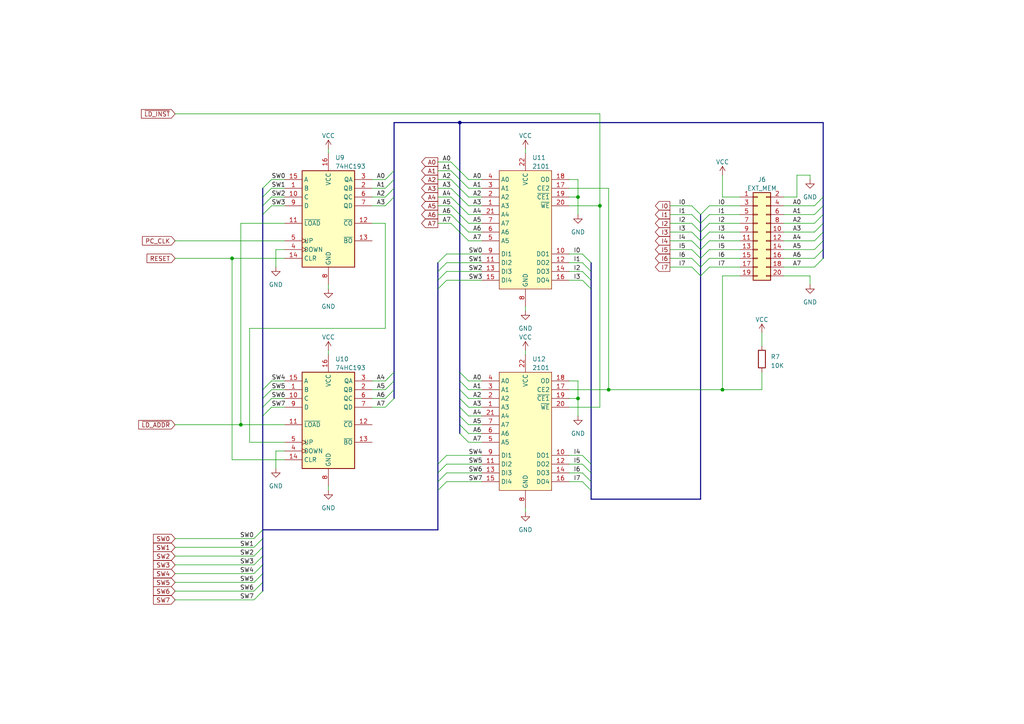
<source format=kicad_sch>
(kicad_sch (version 20231120) (generator "eeschema") (generator_version "8.0")
  (paper "A4")
  (title_block (title "Uno 14500") (date "2024-02-13") (rev "0.1") (company "By JNP-3R"))
  (lib_symbols
    (symbol "Connector_Generic:Conn_02x10_Odd_Even" (pin_names (offset 1.016) hide)
      (property "Reference" "J" (at 1.27 12.7 0))
      (property "Value" "Conn_02x10_Odd_Even" (at 1.27 -15.24 0))
      (symbol "Conn_02x10_Odd_Even_1_1"
        (rectangle (start -1.27 -12.573) (end 0 -12.827) (stroke (width 0.1524)))
        (rectangle (start -1.27 -10.033) (end 0 -10.287) (stroke (width 0.1524)))
        (rectangle (start -1.27 -7.493) (end 0 -7.747) (stroke (width 0.1524)))
        (rectangle (start -1.27 -4.953) (end 0 -5.207) (stroke (width 0.1524)))
        (rectangle (start -1.27 -2.413) (end 0 -2.667) (stroke (width 0.1524)))
        (rectangle (start -1.27 0.127) (end 0 -0.127) (stroke (width 0.1524)))
        (rectangle (start -1.27 2.667) (end 0 2.413) (stroke (width 0.1524)))
        (rectangle (start -1.27 5.207) (end 0 4.953) (stroke (width 0.1524)))
        (rectangle (start -1.27 7.747) (end 0 7.493) (stroke (width 0.1524)))
        (rectangle (start -1.27 10.287) (end 0 10.033) (stroke (width 0.1524)))
        (rectangle (start -1.27 11.43) (end 3.81 -13.97) (stroke (width 0.254)) (fill (type background)))
        (rectangle (start 3.81 -12.573) (end 2.54 -12.827) (stroke (width 0.1524)))
        (rectangle (start 3.81 -10.033) (end 2.54 -10.287) (stroke (width 0.1524)))
        (rectangle (start 3.81 -7.493) (end 2.54 -7.747) (stroke (width 0.1524)))
        (rectangle (start 3.81 -4.953) (end 2.54 -5.207) (stroke (width 0.1524)))
        (rectangle (start 3.81 -2.413) (end 2.54 -2.667) (stroke (width 0.1524)))
        (rectangle (start 3.81 0.127) (end 2.54 -0.127) (stroke (width 0.1524)))
        (rectangle (start 3.81 2.667) (end 2.54 2.413) (stroke (width 0.1524)))
        (rectangle (start 3.81 5.207) (end 2.54 4.953) (stroke (width 0.1524)))
        (rectangle (start 3.81 7.747) (end 2.54 7.493) (stroke (width 0.1524)))
        (rectangle (start 3.81 10.287) (end 2.54 10.033) (stroke (width 0.1524)))
        (pin passive line (at -5.08 10.16 0) (length 3.81) (name "Pin_1") (number "1"))
        (pin passive line (at 7.62 0 180) (length 3.81) (name "Pin_10") (number "10"))
        (pin passive line (at -5.08 -2.54 0) (length 3.81) (name "Pin_11") (number "11"))
        (pin passive line (at 7.62 -2.54 180) (length 3.81) (name "Pin_12") (number "12"))
        (pin passive line (at -5.08 -5.08 0) (length 3.81) (name "Pin_13") (number "13"))
        (pin passive line (at 7.62 -5.08 180) (length 3.81) (name "Pin_14") (number "14"))
        (pin passive line (at -5.08 -7.62 0) (length 3.81) (name "Pin_15") (number "15"))
        (pin passive line (at 7.62 -7.62 180) (length 3.81) (name "Pin_16") (number "16"))
        (pin passive line (at -5.08 -10.16 0) (length 3.81) (name "Pin_17") (number "17"))
        (pin passive line (at 7.62 -10.16 180) (length 3.81) (name "Pin_18") (number "18"))
        (pin passive line (at -5.08 -12.7 0) (length 3.81) (name "Pin_19") (number "19"))
        (pin passive line (at 7.62 10.16 180) (length 3.81) (name "Pin_2") (number "2"))
        (pin passive line (at 7.62 -12.7 180) (length 3.81) (name "Pin_20") (number "20"))
        (pin passive line (at -5.08 7.62 0) (length 3.81) (name "Pin_3") (number "3"))
        (pin passive line (at 7.62 7.62 180) (length 3.81) (name "Pin_4") (number "4"))
        (pin passive line (at -5.08 5.08 0) (length 3.81) (name "Pin_5") (number "5"))
        (pin passive line (at 7.62 5.08 180) (length 3.81) (name "Pin_6") (number "6"))
        (pin passive line (at -5.08 2.54 0) (length 3.81) (name "Pin_7") (number "7"))
        (pin passive line (at 7.62 2.54 180) (length 3.81) (name "Pin_8") (number "8"))
        (pin passive line (at -5.08 0 0) (length 3.81) (name "Pin_9") (number "9"))
      )
    )
    (symbol "Device:R" (pin_numbers hide) (pin_names (offset 0))
      (property "Reference" "R" (at 2.032 0 90))
      (property "Value" "R" (at 0 0 90))
      (symbol "R_0_1"
        (rectangle (start -1.016 -2.54) (end 1.016 2.54) (stroke (width 0.254)))
      )
      (symbol "R_1_1"
        (pin passive line (at 0 3.81 270) (length 1.27) (name "~") (number "1"))
        (pin passive line (at 0 -3.81 90) (length 1.27) (name "~") (number "2"))
      )
    )
    (symbol "Uno14500:2101"
      (property "Reference" "U" (at 2.54 1.27 0))
      (property "Value" "2101" (at 6.35 -36.83 0))
      (symbol "2101_0_1"
        (rectangle (start -7.62 0) (end 7.62 -34.29) (fill (type background)))
      )
      (symbol "2101_1_1"
        (pin input line (at -12.7 -10.16 0) (length 5.08) (name "A3") (number "1"))
        (pin tri_state line (at 12.7 -24.13 180) (length 5.08) (name "DO1") (number "10"))
        (pin input line (at -12.7 -26.67 0) (length 5.08) (name "DI2") (number "11"))
        (pin tri_state line (at 12.7 -26.67 180) (length 5.08) (name "DO2") (number "12"))
        (pin input line (at -12.7 -29.21 0) (length 5.08) (name "DI3") (number "13"))
        (pin tri_state line (at 12.7 -29.21 180) (length 5.08) (name "DO3") (number "14"))
        (pin input line (at -12.7 -31.75 0) (length 5.08) (name "DI4") (number "15"))
        (pin tri_state line (at 12.7 -31.75 180) (length 5.08) (name "DO4") (number "16"))
        (pin input line (at 12.7 -5.08 180) (length 5.08) (name "CE2") (number "17"))
        (pin input line (at 12.7 -2.54 180) (length 5.08) (name "OD") (number "18"))
        (pin input line (at 12.7 -7.62 180) (length 5.08) (name "~{CE1}") (number "19"))
        (pin input line (at -12.7 -7.62 0) (length 5.08) (name "A2") (number "2"))
        (pin input line (at 12.7 -10.16 180) (length 5.08) (name "~{WE}") (number "20"))
        (pin input line (at -12.7 -12.7 0) (length 5.08) (name "A4") (number "21"))
        (pin power_in line (at 0 5.08 270) (length 5.08) (name "VCC") (number "22"))
        (pin input line (at -12.7 -5.08 0) (length 5.08) (name "A1") (number "3"))
        (pin input line (at -12.7 -2.54 0) (length 5.08) (name "A0") (number "4"))
        (pin input line (at -12.7 -20.32 0) (length 5.08) (name "A5") (number "5"))
        (pin input line (at -12.7 -17.78 0) (length 5.08) (name "A6") (number "6"))
        (pin input line (at -12.7 -15.24 0) (length 5.08) (name "A7") (number "7"))
        (pin power_in line (at 0 -39.37 90) (length 5.08) (name "GND") (number "8"))
        (pin input line (at -12.7 -24.13 0) (length 5.08) (name "DI1") (number "9"))
      )
    )
    (symbol "Uno14500:74HC193"
      (property "Reference" "U" (at -7.62 13.97 0))
      (property "Value" "74HC193" (at 5.08 13.97 0))
      (symbol "74HC193_1_0"
        (pin input line (at -12.7 7.62 0) (length 5.08) (name "B") (number "1"))
        (pin input line (at -12.7 5.08 0) (length 5.08) (name "C") (number "10"))
        (pin input line (at -12.7 -2.54 0) (length 5.08) (name "~{LOAD}") (number "11"))
        (pin output line (at 12.7 -2.54 180) (length 5.08) (name "~{CO}") (number "12"))
        (pin output line (at 12.7 -7.62 180) (length 5.08) (name "~{BO}") (number "13"))
        (pin input line (at -12.7 -12.7 0) (length 5.08) (name "CLR") (number "14"))
        (pin input line (at -12.7 10.16 0) (length 5.08) (name "A") (number "15"))
        (pin power_in line (at 0 17.78 270) (length 5.08) (name "VCC") (number "16"))
        (pin output line (at 12.7 7.62 180) (length 5.08) (name "QB") (number "2"))
        (pin output line (at 12.7 10.16 180) (length 5.08) (name "QA") (number "3"))
        (pin input clock (at -12.7 -10.16 0) (length 5.08) (name "DOWN") (number "4"))
        (pin input clock (at -12.7 -7.62 0) (length 5.08) (name "UP") (number "5"))
        (pin output line (at 12.7 5.08 180) (length 5.08) (name "QC") (number "6"))
        (pin output line (at 12.7 2.54 180) (length 5.08) (name "QD") (number "7"))
        (pin power_in line (at 0 -20.32 90) (length 5.08) (name "GND") (number "8"))
        (pin input line (at -12.7 2.54 0) (length 5.08) (name "D") (number "9"))
      )
      (symbol "74HC193_1_1"
        (rectangle (start -7.62 12.7) (end 7.62 -15.24) (stroke (width 0.254)) (fill (type background)))
      )
    )
    (symbol "power:GND" (power) (pin_names (offset 0))
      (property "Value" "GND" (at 0 -3.81 0))
      (symbol "GND_0_1"
        (polyline (pts (xy 0 0) (xy 0 -1.27) (xy 1.27 -1.27) (xy 0 -2.54) (xy -1.27 -1.27) (xy 0 -1.27)))
      )
      (symbol "GND_1_1"
        (pin power_in line (at 0 0 270) (length 0) hide (name "GND") (number "1"))
      )
    )
    (symbol "power:VCC" (power) (pin_names (offset 0))
      (property "Value" "VCC" (at 0 3.81 0))
      (symbol "VCC_0_1"
        (polyline (pts (xy -0.762 1.27) (xy 0 2.54)))
        (polyline (pts (xy 0 0) (xy 0 2.54)))
        (polyline (pts (xy 0 2.54) (xy 0.762 1.27)))
      )
      (symbol "VCC_1_1"
        (pin power_in line (at 0 0 90) (length 0) hide (name "VCC") (number "1"))
      )
    )
  )
  (junction (at 67.31 74.93))
  (junction (at 133.35 35.56))
  (junction (at 173.99 59.69))
  (junction (at 176.53 113.03))
  (junction (at 69.85 123.19))
  (junction (at 167.64 57.15))
  (junction (at 167.64 115.57))
  (junction (at 209.55 113.03))
  (bus_entry (at 133.35 64.77) (size 2.54 2.54))
  (bus_entry (at 111.76 115.57) (size 2.54 -2.54))
  (bus_entry (at 130.81 64.77) (size 2.54 2.54))
  (bus_entry (at 130.81 52.07) (size 2.54 2.54))
  (bus_entry (at 200.66 64.77) (size 2.54 2.54))
  (bus_entry (at 200.66 69.85) (size 2.54 2.54))
  (bus_entry (at 73.66 161.29) (size 2.54 -2.54))
  (bus_entry (at 127 78.74) (size 2.54 -2.54))
  (bus_entry (at 127 76.2) (size 2.54 -2.54))
  (bus_entry (at 238.76 57.15) (size -2.54 2.54))
  (bus_entry (at 127 137.16) (size 2.54 -2.54))
  (bus_entry (at 127 139.7) (size 2.54 -2.54))
  (bus_entry (at 127 142.24) (size 2.54 -2.54))
  (bus_entry (at 73.66 158.75) (size 2.54 -2.54))
  (bus_entry (at 130.81 49.53) (size 2.54 2.54))
  (bus_entry (at 76.2 113.03) (size 2.54 -2.54))
  (bus_entry (at 76.2 59.69) (size 2.54 -2.54))
  (bus_entry (at 168.91 134.62) (size 2.54 2.54))
  (bus_entry (at 133.35 118.11) (size 2.54 2.54))
  (bus_entry (at 127 81.28) (size 2.54 -2.54))
  (bus_entry (at 133.35 57.15) (size 2.54 2.54))
  (bus_entry (at 133.35 49.53) (size 2.54 2.54))
  (bus_entry (at 238.76 67.31) (size -2.54 2.54))
  (bus_entry (at 133.35 115.57) (size 2.54 2.54))
  (bus_entry (at 203.2 80.01) (size 2.54 -2.54))
  (bus_entry (at 200.66 77.47) (size 2.54 2.54))
  (bus_entry (at 111.76 52.07) (size 2.54 -2.54))
  (bus_entry (at 133.35 123.19) (size 2.54 2.54))
  (bus_entry (at 168.91 81.28) (size 2.54 2.54))
  (bus_entry (at 133.35 62.23) (size 2.54 2.54))
  (bus_entry (at 76.2 118.11) (size 2.54 -2.54))
  (bus_entry (at 133.35 59.69) (size 2.54 2.54))
  (bus_entry (at 200.66 74.93) (size 2.54 2.54))
  (bus_entry (at 238.76 62.23) (size -2.54 2.54))
  (bus_entry (at 203.2 74.93) (size 2.54 -2.54))
  (bus_entry (at 76.2 120.65) (size 2.54 -2.54))
  (bus_entry (at 76.2 54.61) (size 2.54 -2.54))
  (bus_entry (at 76.2 57.15) (size 2.54 -2.54))
  (bus_entry (at 133.35 125.73) (size 2.54 2.54))
  (bus_entry (at 111.76 54.61) (size 2.54 -2.54))
  (bus_entry (at 200.66 72.39) (size 2.54 2.54))
  (bus_entry (at 168.91 132.08) (size 2.54 2.54))
  (bus_entry (at 200.66 67.31) (size 2.54 2.54))
  (bus_entry (at 168.91 139.7) (size 2.54 2.54))
  (bus_entry (at 133.35 113.03) (size 2.54 2.54))
  (bus_entry (at 130.81 57.15) (size 2.54 2.54))
  (bus_entry (at 203.2 64.77) (size 2.54 -2.54))
  (bus_entry (at 111.76 110.49) (size 2.54 -2.54))
  (bus_entry (at 111.76 118.11) (size 2.54 -2.54))
  (bus_entry (at 203.2 69.85) (size 2.54 -2.54))
  (bus_entry (at 133.35 107.95) (size 2.54 2.54))
  (bus_entry (at 203.2 67.31) (size 2.54 -2.54))
  (bus_entry (at 203.2 77.47) (size 2.54 -2.54))
  (bus_entry (at 203.2 72.39) (size 2.54 -2.54))
  (bus_entry (at 111.76 59.69) (size 2.54 -2.54))
  (bus_entry (at 127 83.82) (size 2.54 -2.54))
  (bus_entry (at 73.66 171.45) (size 2.54 -2.54))
  (bus_entry (at 130.81 62.23) (size 2.54 2.54))
  (bus_entry (at 133.35 67.31) (size 2.54 2.54))
  (bus_entry (at 130.81 46.99) (size 2.54 2.54))
  (bus_entry (at 127 134.62) (size 2.54 -2.54))
  (bus_entry (at 111.76 113.03) (size 2.54 -2.54))
  (bus_entry (at 168.91 137.16) (size 2.54 2.54))
  (bus_entry (at 168.91 73.66) (size 2.54 2.54))
  (bus_entry (at 130.81 54.61) (size 2.54 2.54))
  (bus_entry (at 73.66 163.83) (size 2.54 -2.54))
  (bus_entry (at 73.66 168.91) (size 2.54 -2.54))
  (bus_entry (at 200.66 62.23) (size 2.54 2.54))
  (bus_entry (at 73.66 156.21) (size 2.54 -2.54))
  (bus_entry (at 238.76 74.93) (size -2.54 2.54))
  (bus_entry (at 133.35 120.65) (size 2.54 2.54))
  (bus_entry (at 73.66 166.37) (size 2.54 -2.54))
  (bus_entry (at 203.2 62.23) (size 2.54 -2.54))
  (bus_entry (at 200.66 59.69) (size 2.54 2.54))
  (bus_entry (at 76.2 115.57) (size 2.54 -2.54))
  (bus_entry (at 111.76 57.15) (size 2.54 -2.54))
  (bus_entry (at 168.91 76.2) (size 2.54 2.54))
  (bus_entry (at 130.81 59.69) (size 2.54 2.54))
  (bus_entry (at 133.35 52.07) (size 2.54 2.54))
  (bus_entry (at 133.35 110.49) (size 2.54 2.54))
  (bus_entry (at 238.76 64.77) (size -2.54 2.54))
  (bus_entry (at 238.76 59.69) (size -2.54 2.54))
  (bus_entry (at 238.76 72.39) (size -2.54 2.54))
  (bus_entry (at 238.76 69.85) (size -2.54 2.54))
  (bus_entry (at 133.35 54.61) (size 2.54 2.54))
  (bus_entry (at 76.2 62.23) (size 2.54 -2.54))
  (bus_entry (at 73.66 173.99) (size 2.54 -2.54))
  (bus_entry (at 168.91 78.74) (size 2.54 2.54))
  (wire (pts (xy 205.74 59.69) (xy 214.63 59.69)))
  (bus (pts (xy 238.76 59.69) (xy 238.76 57.15)))
  (bus (pts (xy 76.2 118.11) (xy 76.2 115.57)))
  (wire (pts (xy 152.4 147.32) (xy 152.4 148.59)))
  (wire (pts (xy 78.74 59.69) (xy 82.55 59.69)))
  (wire (pts (xy 205.74 64.77) (xy 214.63 64.77)))
  (bus (pts (xy 203.2 77.47) (xy 203.2 80.01)))
  (bus (pts (xy 76.2 156.21) (xy 76.2 153.67)))
  (wire (pts (xy 107.95 52.07) (xy 111.76 52.07)))
  (bus (pts (xy 203.2 64.77) (xy 203.2 67.31)))
  (bus (pts (xy 133.35 35.56) (xy 238.76 35.56)))
  (wire (pts (xy 194.31 74.93) (xy 200.66 74.93)))
  (wire (pts (xy 214.63 80.01) (xy 209.55 80.01)))
  (wire (pts (xy 50.8 163.83) (xy 73.66 163.83)))
  (wire (pts (xy 165.1 73.66) (xy 168.91 73.66)))
  (wire (pts (xy 130.81 57.15) (xy 127 57.15)))
  (wire (pts (xy 50.8 123.19) (xy 69.85 123.19)))
  (wire (pts (xy 129.54 73.66) (xy 139.7 73.66)))
  (wire (pts (xy 50.8 173.99) (xy 73.66 173.99)))
  (bus (pts (xy 203.2 80.01) (xy 203.2 144.78)))
  (wire (pts (xy 205.74 69.85) (xy 214.63 69.85)))
  (wire (pts (xy 176.53 113.03) (xy 209.55 113.03)))
  (wire (pts (xy 130.81 52.07) (xy 127 52.07)))
  (wire (pts (xy 130.81 46.99) (xy 127 46.99)))
  (bus (pts (xy 76.2 59.69) (xy 76.2 57.15)))
  (wire (pts (xy 135.89 54.61) (xy 139.7 54.61)))
  (wire (pts (xy 107.95 115.57) (xy 111.76 115.57)))
  (wire (pts (xy 130.81 59.69) (xy 127 59.69)))
  (wire (pts (xy 135.89 115.57) (xy 139.7 115.57)))
  (wire (pts (xy 129.54 137.16) (xy 139.7 137.16)))
  (bus (pts (xy 133.35 35.56) (xy 133.35 49.53)))
  (bus (pts (xy 114.3 113.03) (xy 114.3 115.57)))
  (wire (pts (xy 167.64 115.57) (xy 167.64 110.49)))
  (bus (pts (xy 133.35 107.95) (xy 133.35 110.49)))
  (wire (pts (xy 234.95 50.8) (xy 234.95 52.07)))
  (wire (pts (xy 236.22 64.77) (xy 227.33 64.77)))
  (wire (pts (xy 80.01 135.89) (xy 80.01 130.81)))
  (wire (pts (xy 78.74 52.07) (xy 82.55 52.07)))
  (bus (pts (xy 238.76 57.15) (xy 238.76 35.56)))
  (bus (pts (xy 114.3 107.95) (xy 114.3 110.49)))
  (wire (pts (xy 135.89 110.49) (xy 139.7 110.49)))
  (wire (pts (xy 129.54 78.74) (xy 139.7 78.74)))
  (wire (pts (xy 205.74 62.23) (xy 214.63 62.23)))
  (bus (pts (xy 76.2 115.57) (xy 76.2 113.03)))
  (wire (pts (xy 165.1 134.62) (xy 168.91 134.62)))
  (bus (pts (xy 238.76 62.23) (xy 238.76 59.69)))
  (wire (pts (xy 107.95 54.61) (xy 111.76 54.61)))
  (wire (pts (xy 107.95 64.77) (xy 111.76 64.77)))
  (wire (pts (xy 167.64 110.49) (xy 165.1 110.49)))
  (wire (pts (xy 135.89 52.07) (xy 139.7 52.07)))
  (bus (pts (xy 203.2 69.85) (xy 203.2 72.39)))
  (bus (pts (xy 114.3 49.53) (xy 114.3 52.07)))
  (wire (pts (xy 72.39 95.25) (xy 72.39 128.27)))
  (wire (pts (xy 165.1 81.28) (xy 168.91 81.28)))
  (bus (pts (xy 133.35 120.65) (xy 133.35 123.19)))
  (bus (pts (xy 127 76.2) (xy 127 78.74)))
  (bus (pts (xy 127 83.82) (xy 127 134.62)))
  (wire (pts (xy 209.55 80.01) (xy 209.55 113.03)))
  (wire (pts (xy 167.64 57.15) (xy 167.64 52.07)))
  (wire (pts (xy 129.54 81.28) (xy 139.7 81.28)))
  (wire (pts (xy 165.1 132.08) (xy 168.91 132.08)))
  (wire (pts (xy 236.22 74.93) (xy 227.33 74.93)))
  (bus (pts (xy 133.35 115.57) (xy 133.35 118.11)))
  (bus (pts (xy 133.35 64.77) (xy 133.35 67.31)))
  (wire (pts (xy 72.39 128.27) (xy 82.55 128.27)))
  (bus (pts (xy 238.76 69.85) (xy 238.76 67.31)))
  (wire (pts (xy 220.98 96.52) (xy 220.98 100.33)))
  (wire (pts (xy 236.22 59.69) (xy 227.33 59.69)))
  (wire (pts (xy 69.85 123.19) (xy 82.55 123.19)))
  (wire (pts (xy 69.85 123.19) (xy 69.85 64.77)))
  (wire (pts (xy 167.64 57.15) (xy 167.64 62.23)))
  (wire (pts (xy 129.54 76.2) (xy 139.7 76.2)))
  (bus (pts (xy 127 81.28) (xy 127 83.82)))
  (wire (pts (xy 209.55 57.15) (xy 209.55 50.8)))
  (bus (pts (xy 203.2 74.93) (xy 203.2 77.47)))
  (bus (pts (xy 114.3 57.15) (xy 114.3 107.95)))
  (wire (pts (xy 231.14 57.15) (xy 231.14 50.8)))
  (wire (pts (xy 220.98 107.95) (xy 220.98 113.03)))
  (bus (pts (xy 76.2 57.15) (xy 76.2 54.61)))
  (wire (pts (xy 165.1 137.16) (xy 168.91 137.16)))
  (wire (pts (xy 194.31 69.85) (xy 200.66 69.85)))
  (bus (pts (xy 171.45 78.74) (xy 171.45 81.28)))
  (wire (pts (xy 152.4 43.18) (xy 152.4 44.45)))
  (bus (pts (xy 133.35 123.19) (xy 133.35 125.73)))
  (wire (pts (xy 78.74 57.15) (xy 82.55 57.15)))
  (wire (pts (xy 205.74 74.93) (xy 214.63 74.93)))
  (wire (pts (xy 130.81 49.53) (xy 127 49.53)))
  (wire (pts (xy 194.31 77.47) (xy 200.66 77.47)))
  (wire (pts (xy 50.8 69.85) (xy 82.55 69.85)))
  (wire (pts (xy 220.98 113.03) (xy 209.55 113.03)))
  (bus (pts (xy 133.35 54.61) (xy 133.35 57.15)))
  (wire (pts (xy 50.8 168.91) (xy 73.66 168.91)))
  (wire (pts (xy 135.89 125.73) (xy 139.7 125.73)))
  (wire (pts (xy 130.81 54.61) (xy 127 54.61)))
  (wire (pts (xy 78.74 110.49) (xy 82.55 110.49)))
  (bus (pts (xy 127 78.74) (xy 127 81.28)))
  (wire (pts (xy 234.95 80.01) (xy 234.95 82.55)))
  (wire (pts (xy 135.89 59.69) (xy 139.7 59.69)))
  (wire (pts (xy 67.31 74.93) (xy 82.55 74.93)))
  (wire (pts (xy 78.74 54.61) (xy 82.55 54.61)))
  (bus (pts (xy 133.35 62.23) (xy 133.35 64.77)))
  (wire (pts (xy 194.31 59.69) (xy 200.66 59.69)))
  (bus (pts (xy 238.76 64.77) (xy 238.76 62.23)))
  (bus (pts (xy 171.45 134.62) (xy 171.45 137.16)))
  (wire (pts (xy 50.8 171.45) (xy 73.66 171.45)))
  (bus (pts (xy 76.2 168.91) (xy 76.2 166.37)))
  (bus (pts (xy 133.35 59.69) (xy 133.35 62.23)))
  (wire (pts (xy 135.89 113.03) (xy 139.7 113.03)))
  (bus (pts (xy 76.2 153.67) (xy 76.2 120.65)))
  (bus (pts (xy 76.2 163.83) (xy 76.2 161.29)))
  (wire (pts (xy 111.76 64.77) (xy 111.76 95.25)))
  (bus (pts (xy 171.45 76.2) (xy 171.45 78.74)))
  (bus (pts (xy 76.2 158.75) (xy 76.2 156.21)))
  (bus (pts (xy 133.35 113.03) (xy 133.35 115.57)))
  (bus (pts (xy 76.2 153.67) (xy 127 153.67)))
  (wire (pts (xy 165.1 78.74) (xy 168.91 78.74)))
  (wire (pts (xy 236.22 69.85) (xy 227.33 69.85)))
  (wire (pts (xy 205.74 67.31) (xy 214.63 67.31)))
  (wire (pts (xy 176.53 54.61) (xy 176.53 113.03)))
  (wire (pts (xy 82.55 72.39) (xy 80.01 72.39)))
  (wire (pts (xy 176.53 54.61) (xy 165.1 54.61)))
  (bus (pts (xy 76.2 166.37) (xy 76.2 163.83)))
  (bus (pts (xy 114.3 35.56) (xy 114.3 49.53)))
  (wire (pts (xy 165.1 113.03) (xy 176.53 113.03)))
  (bus (pts (xy 133.35 110.49) (xy 133.35 113.03)))
  (wire (pts (xy 205.74 77.47) (xy 214.63 77.47)))
  (wire (pts (xy 50.8 74.93) (xy 67.31 74.93)))
  (wire (pts (xy 165.1 57.15) (xy 167.64 57.15)))
  (wire (pts (xy 236.22 62.23) (xy 227.33 62.23)))
  (wire (pts (xy 173.99 59.69) (xy 165.1 59.69)))
  (wire (pts (xy 165.1 76.2) (xy 168.91 76.2)))
  (wire (pts (xy 130.81 64.77) (xy 127 64.77)))
  (wire (pts (xy 78.74 118.11) (xy 82.55 118.11)))
  (bus (pts (xy 238.76 74.93) (xy 238.76 72.39)))
  (bus (pts (xy 127 134.62) (xy 127 137.16)))
  (wire (pts (xy 209.55 57.15) (xy 214.63 57.15)))
  (bus (pts (xy 127 139.7) (xy 127 142.24)))
  (wire (pts (xy 50.8 166.37) (xy 73.66 166.37)))
  (wire (pts (xy 111.76 95.25) (xy 72.39 95.25)))
  (bus (pts (xy 133.35 57.15) (xy 133.35 59.69)))
  (wire (pts (xy 50.8 33.02) (xy 173.99 33.02)))
  (wire (pts (xy 135.89 62.23) (xy 139.7 62.23)))
  (wire (pts (xy 80.01 130.81) (xy 82.55 130.81)))
  (bus (pts (xy 76.2 161.29) (xy 76.2 158.75)))
  (wire (pts (xy 67.31 133.35) (xy 67.31 74.93)))
  (wire (pts (xy 78.74 113.03) (xy 82.55 113.03)))
  (bus (pts (xy 114.3 54.61) (xy 114.3 57.15)))
  (wire (pts (xy 107.95 59.69) (xy 111.76 59.69)))
  (bus (pts (xy 171.45 81.28) (xy 171.45 83.82)))
  (wire (pts (xy 152.4 88.9) (xy 152.4 90.17)))
  (bus (pts (xy 133.35 49.53) (xy 133.35 52.07)))
  (wire (pts (xy 173.99 118.11) (xy 173.99 59.69)))
  (wire (pts (xy 135.89 120.65) (xy 139.7 120.65)))
  (wire (pts (xy 50.8 158.75) (xy 73.66 158.75)))
  (wire (pts (xy 95.25 82.55) (xy 95.25 83.82)))
  (wire (pts (xy 130.81 62.23) (xy 127 62.23)))
  (wire (pts (xy 194.31 67.31) (xy 200.66 67.31)))
  (wire (pts (xy 129.54 134.62) (xy 139.7 134.62)))
  (bus (pts (xy 238.76 72.39) (xy 238.76 69.85)))
  (wire (pts (xy 95.25 43.18) (xy 95.25 44.45)))
  (wire (pts (xy 227.33 77.47) (xy 236.22 77.47)))
  (wire (pts (xy 194.31 64.77) (xy 200.66 64.77)))
  (wire (pts (xy 173.99 33.02) (xy 173.99 59.69)))
  (wire (pts (xy 129.54 132.08) (xy 139.7 132.08)))
  (wire (pts (xy 69.85 64.77) (xy 82.55 64.77)))
  (wire (pts (xy 227.33 80.01) (xy 234.95 80.01)))
  (wire (pts (xy 236.22 72.39) (xy 227.33 72.39)))
  (wire (pts (xy 107.95 57.15) (xy 111.76 57.15)))
  (wire (pts (xy 135.89 64.77) (xy 139.7 64.77)))
  (wire (pts (xy 135.89 128.27) (xy 139.7 128.27)))
  (wire (pts (xy 107.95 110.49) (xy 111.76 110.49)))
  (wire (pts (xy 165.1 118.11) (xy 173.99 118.11)))
  (wire (pts (xy 152.4 101.6) (xy 152.4 102.87)))
  (wire (pts (xy 231.14 50.8) (xy 234.95 50.8)))
  (bus (pts (xy 171.45 144.78) (xy 203.2 144.78)))
  (bus (pts (xy 133.35 35.56) (xy 114.3 35.56)))
  (bus (pts (xy 203.2 72.39) (xy 203.2 74.93)))
  (wire (pts (xy 194.31 62.23) (xy 200.66 62.23)))
  (bus (pts (xy 133.35 52.07) (xy 133.35 54.61)))
  (wire (pts (xy 135.89 69.85) (xy 139.7 69.85)))
  (wire (pts (xy 227.33 57.15) (xy 231.14 57.15)))
  (wire (pts (xy 194.31 72.39) (xy 200.66 72.39)))
  (bus (pts (xy 127 137.16) (xy 127 139.7)))
  (bus (pts (xy 133.35 118.11) (xy 133.35 120.65)))
  (wire (pts (xy 135.89 57.15) (xy 139.7 57.15)))
  (wire (pts (xy 135.89 123.19) (xy 139.7 123.19)))
  (wire (pts (xy 50.8 156.21) (xy 73.66 156.21)))
  (bus (pts (xy 133.35 67.31) (xy 133.35 107.95)))
  (bus (pts (xy 114.3 110.49) (xy 114.3 113.03)))
  (wire (pts (xy 165.1 115.57) (xy 167.64 115.57)))
  (wire (pts (xy 205.74 72.39) (xy 214.63 72.39)))
  (bus (pts (xy 171.45 142.24) (xy 171.45 144.78)))
  (bus (pts (xy 203.2 69.85) (xy 203.2 67.31)))
  (wire (pts (xy 236.22 67.31) (xy 227.33 67.31)))
  (bus (pts (xy 171.45 83.82) (xy 171.45 134.62)))
  (wire (pts (xy 135.89 67.31) (xy 139.7 67.31)))
  (wire (pts (xy 82.55 133.35) (xy 67.31 133.35)))
  (wire (pts (xy 50.8 161.29) (xy 73.66 161.29)))
  (bus (pts (xy 238.76 67.31) (xy 238.76 64.77)))
  (bus (pts (xy 76.2 171.45) (xy 76.2 168.91)))
  (bus (pts (xy 203.2 62.23) (xy 203.2 64.77)))
  (wire (pts (xy 135.89 118.11) (xy 139.7 118.11)))
  (wire (pts (xy 107.95 118.11) (xy 111.76 118.11)))
  (wire (pts (xy 95.25 140.97) (xy 95.25 142.24)))
  (wire (pts (xy 107.95 113.03) (xy 111.76 113.03)))
  (bus (pts (xy 127 142.24) (xy 127 153.67)))
  (bus (pts (xy 76.2 113.03) (xy 76.2 62.23)))
  (bus (pts (xy 114.3 52.07) (xy 114.3 54.61)))
  (bus (pts (xy 76.2 120.65) (xy 76.2 118.11)))
  (wire (pts (xy 95.25 101.6) (xy 95.25 102.87)))
  (wire (pts (xy 129.54 139.7) (xy 139.7 139.7)))
  (bus (pts (xy 171.45 139.7) (xy 171.45 142.24)))
  (wire (pts (xy 78.74 115.57) (xy 82.55 115.57)))
  (wire (pts (xy 167.64 120.65) (xy 167.64 115.57)))
  (wire (pts (xy 165.1 139.7) (xy 168.91 139.7)))
  (wire (pts (xy 80.01 72.39) (xy 80.01 77.47)))
  (wire (pts (xy 167.64 52.07) (xy 165.1 52.07)))
  (bus (pts (xy 76.2 62.23) (xy 76.2 59.69)))
  (bus (pts (xy 171.45 137.16) (xy 171.45 139.7)))
  (label "A1" (at 109.22 54.61 0))
  (label "SW0" (at 78.74 52.07 0))
  (label "A7" (at 137.16 128.27 0))
  (label "SW6" (at 73.66 171.45 180))
  (label "SW5" (at 78.74 113.03 0))
  (label "I4" (at 196.85 69.85 0))
  (label "A0" (at 109.22 52.07 0))
  (label "I2" (at 196.85 64.77 0))
  (label "A6" (at 232.41 74.93 180))
  (label "A6" (at 137.16 67.31 0))
  (label "SW1" (at 135.89 76.2 0))
  (label "A2" (at 130.81 52.07 180))
  (label "SW4" (at 78.74 110.49 0))
  (label "A0" (at 232.41 59.69 180))
  (label "A5" (at 137.16 123.19 0))
  (label "SW3" (at 73.66 163.83 180))
  (label "A3" (at 130.81 54.61 180))
  (label "I1" (at 208.28 62.23 0))
  (label "I0" (at 196.85 59.69 0))
  (label "I1" (at 166.37 76.2 0))
  (label "A6" (at 109.22 115.57 0))
  (label "SW7" (at 73.66 173.99 180))
  (label "I7" (at 196.85 77.47 0))
  (label "I5" (at 208.28 72.39 0))
  (label "A0" (at 137.16 52.07 0))
  (label "I0" (at 208.28 59.69 0))
  (label "A3" (at 137.16 118.11 0))
  (label "A4" (at 232.41 69.85 180))
  (label "SW4" (at 73.66 166.37 180))
  (label "I3" (at 208.28 67.31 0))
  (label "I3" (at 166.37 81.28 0))
  (label "SW1" (at 78.74 54.61 0))
  (label "I7" (at 208.28 77.47 0))
  (label "I4" (at 166.37 132.08 0))
  (label "A7" (at 130.81 64.77 180))
  (label "A7" (at 109.22 118.11 0))
  (label "A1" (at 137.16 113.03 0))
  (label "A5" (at 130.81 59.69 180))
  (label "SW2" (at 73.66 161.29 180))
  (label "SW2" (at 135.89 78.74 0))
  (label "I7" (at 166.37 139.7 0))
  (label "A5" (at 232.41 72.39 180))
  (label "I6" (at 208.28 74.93 0))
  (label "SW0" (at 135.89 73.66 0))
  (label "SW6" (at 78.74 115.57 0))
  (label "A3" (at 109.22 59.69 0))
  (label "SW1" (at 73.66 158.75 180))
  (label "A0" (at 130.81 46.99 180))
  (label "SW7" (at 78.74 118.11 0))
  (label "A3" (at 137.16 59.69 0))
  (label "A5" (at 109.22 113.03 0))
  (label "SW0" (at 73.66 156.21 180))
  (label "A2" (at 137.16 115.57 0))
  (label "SW6" (at 135.89 137.16 0))
  (label "A4" (at 137.16 120.65 0))
  (label "SW2" (at 78.74 57.15 0))
  (label "A2" (at 137.16 57.15 0))
  (label "I6" (at 166.37 137.16 0))
  (label "A1" (at 232.41 62.23 180))
  (label "SW5" (at 135.89 134.62 0))
  (label "I6" (at 196.85 74.93 0))
  (label "I3" (at 196.85 67.31 0))
  (label "I1" (at 196.85 62.23 0))
  (label "A1" (at 130.81 49.53 180))
  (label "I5" (at 196.85 72.39 0))
  (label "I2" (at 208.28 64.77 0))
  (label "SW4" (at 135.89 132.08 0))
  (label "I4" (at 208.28 69.85 0))
  (label "A6" (at 137.16 125.73 0))
  (label "A3" (at 232.41 67.31 180))
  (label "A6" (at 130.81 62.23 180))
  (label "A4" (at 130.81 57.15 180))
  (label "SW5" (at 73.66 168.91 180))
  (label "A0" (at 137.16 110.49 0))
  (label "SW3" (at 78.74 59.69 0))
  (label "A1" (at 137.16 54.61 0))
  (label "A4" (at 109.22 110.49 0))
  (label "A7" (at 137.16 69.85 0))
  (label "A2" (at 109.22 57.15 0))
  (label "SW3" (at 135.89 81.28 0))
  (label "A7" (at 232.41 77.47 180))
  (label "SW7" (at 135.89 139.7 0))
  (label "I0" (at 166.37 73.66 0))
  (label "A5" (at 137.16 64.77 0))
  (label "A2" (at 232.41 64.77 180))
  (label "I2" (at 166.37 78.74 0))
  (label "A4" (at 137.16 62.23 0))
  (label "I5" (at 166.37 134.62 0))
  (global_label "SW3" (shape input) (at 50.8 163.83 180) (property "Intersheetrefs" "${INTERSHEET_REFS}" (effects (hide yes))))
  (global_label "A5" (shape output) (at 127 59.69 180) (property "Intersheetrefs" "${INTERSHEET_REFS}" (effects (hide yes))))
  (global_label "SW1" (shape input) (at 50.8 158.75 180) (property "Intersheetrefs" "${INTERSHEET_REFS}" (effects (hide yes))))
  (global_label "A4" (shape output) (at 127 57.15 180) (property "Intersheetrefs" "${INTERSHEET_REFS}" (effects (hide yes))))
  (global_label "I6" (shape output) (at 194.31 74.93 180) (property "Intersheetrefs" "${INTERSHEET_REFS}" (effects (hide yes))))
  (global_label "I3" (shape output) (at 194.31 67.31 180) (property "Intersheetrefs" "${INTERSHEET_REFS}" (effects (hide yes))))
  (global_label "A1" (shape output) (at 127 49.53 180) (property "Intersheetrefs" "${INTERSHEET_REFS}" (effects (hide yes))))
  (global_label "A2" (shape output) (at 127 52.07 180) (property "Intersheetrefs" "${INTERSHEET_REFS}" (effects (hide yes))))
  (global_label "~{LD_ADDR}" (shape input) (at 50.8 123.19 180) (property "Intersheetrefs" "${INTERSHEET_REFS}" (effects (hide yes))))
  (global_label "I0" (shape output) (at 194.31 59.69 180) (property "Intersheetrefs" "${INTERSHEET_REFS}" (effects (hide yes))))
  (global_label "I2" (shape output) (at 194.31 64.77 180) (property "Intersheetrefs" "${INTERSHEET_REFS}" (effects (hide yes))))
  (global_label "A0" (shape output) (at 127 46.99 180) (property "Intersheetrefs" "${INTERSHEET_REFS}" (effects (hide yes))))
  (global_label "SW7" (shape input) (at 50.8 173.99 180) (property "Intersheetrefs" "${INTERSHEET_REFS}" (effects (hide yes))))
  (global_label "A7" (shape output) (at 127 64.77 180) (property "Intersheetrefs" "${INTERSHEET_REFS}" (effects (hide yes))))
  (global_label "I1" (shape output) (at 194.31 62.23 180) (property "Intersheetrefs" "${INTERSHEET_REFS}" (effects (hide yes))))
  (global_label "SW4" (shape input) (at 50.8 166.37 180) (property "Intersheetrefs" "${INTERSHEET_REFS}" (effects (hide yes))))
  (global_label "I4" (shape output) (at 194.31 69.85 180) (property "Intersheetrefs" "${INTERSHEET_REFS}" (effects (hide yes))))
  (global_label "A3" (shape output) (at 127 54.61 180) (property "Intersheetrefs" "${INTERSHEET_REFS}" (effects (hide yes))))
  (global_label "SW0" (shape input) (at 50.8 156.21 180) (property "Intersheetrefs" "${INTERSHEET_REFS}" (effects (hide yes))))
  (global_label "I7" (shape output) (at 194.31 77.47 180) (property "Intersheetrefs" "${INTERSHEET_REFS}" (effects (hide yes))))
  (global_label "SW5" (shape input) (at 50.8 168.91 180) (property "Intersheetrefs" "${INTERSHEET_REFS}" (effects (hide yes))))
  (global_label "~{LD_INST}" (shape input) (at 50.8 33.02 180) (property "Intersheetrefs" "${INTERSHEET_REFS}" (effects (hide yes))))
  (global_label "SW2" (shape input) (at 50.8 161.29 180) (property "Intersheetrefs" "${INTERSHEET_REFS}" (effects (hide yes))))
  (global_label "SW6" (shape input) (at 50.8 171.45 180) (property "Intersheetrefs" "${INTERSHEET_REFS}" (effects (hide yes))))
  (global_label "I5" (shape output) (at 194.31 72.39 180) (property "Intersheetrefs" "${INTERSHEET_REFS}" (effects (hide yes))))
  (global_label "RESET" (shape input) (at 50.8 74.93 180) (property "Intersheetrefs" "${INTERSHEET_REFS}" (effects (hide yes))))
  (global_label "PC_CLK" (shape input) (at 50.8 69.85 180) (property "Intersheetrefs" "${INTERSHEET_REFS}" (effects (hide yes))))
  (global_label "A6" (shape output) (at 127 62.23 180) (property "Intersheetrefs" "${INTERSHEET_REFS}" (effects (hide yes))))
  (symbol (lib_id "power:VCC") (at 220.98 96.52 0) (unit 1)
    (property "Reference" "#PWR039" (effects (hide yes)))
    (property "Value" "VCC" (at 220.98 92.71 0))
  )
  (symbol (lib_id "power:GND") (at 152.4 148.59 0) (unit 1)
    (property "Reference" "#PWR045" (effects (hide yes)))
    (property "Value" "GND" (at 152.4 153.67 0))
  )
  (symbol (lib_id "power:GND") (at 234.95 52.07 0) (unit 1)
    (property "Reference" "#PWR033" (effects (hide yes)))
    (property "Value" "GND" (at 234.95 57.15 0))
  )
  (symbol (lib_id "power:GND") (at 167.64 120.65 0) (unit 1)
    (property "Reference" "#PWR042" (effects (hide yes)))
    (property "Value" "GND" (at 167.64 125.73 0))
  )
  (symbol (lib_id "Uno14500:74HC193") (at 95.25 62.23 0) (unit 1)
    (property "Reference" "U9" (at 97.2059 45.72 0) (effects (justify left)))
    (property "Value" "74HC193" (at 97.2059 48.26 0) (effects (justify left)))
    (property "Footprint" "Package_DIP:DIP-16_W7.62mm_Socket_LongPads" (effects (hide yes)))
  )
  (symbol (lib_id "Uno14500:74HC193") (at 95.25 120.65 0) (unit 1)
    (property "Reference" "U10" (at 97.2059 104.14 0) (effects (justify left)))
    (property "Value" "74HC193" (at 97.2059 106.68 0) (effects (justify left)))
    (property "Footprint" "Package_DIP:DIP-16_W7.62mm_Socket_LongPads" (effects (hide yes)))
  )
  (symbol (lib_id "power:VCC") (at 95.25 43.18 0) (unit 1)
    (property "Reference" "#PWR030" (effects (hide yes)))
    (property "Value" "VCC" (at 95.25 39.37 0))
  )
  (symbol (lib_id "power:VCC") (at 209.55 50.8 0) (unit 1)
    (property "Reference" "#PWR032" (effects (hide yes)))
    (property "Value" "VCC" (at 209.55 46.99 0))
  )
  (symbol (lib_id "power:GND") (at 80.01 135.89 0) (unit 1)
    (property "Reference" "#PWR043" (effects (hide yes)))
    (property "Value" "GND" (at 80.01 140.97 0))
  )
  (symbol (lib_id "power:GND") (at 234.95 82.55 0) (unit 1)
    (property "Reference" "#PWR036" (effects (hide yes)))
    (property "Value" "GND" (at 234.95 87.63 0))
  )
  (symbol (lib_id "Uno14500:2101") (at 152.4 107.95 0) (unit 1)
    (property "Reference" "U12" (at 154.3559 104.14 0) (effects (justify left)))
    (property "Value" "2101" (at 154.3559 106.68 0) (effects (justify left)))
    (property "Footprint" "Package_DIP:DIP-22_W10.16mm_Socket_LongPads" (effects (hide yes)))
  )
  (symbol (lib_id "power:GND") (at 167.64 62.23 0) (unit 1)
    (property "Reference" "#PWR034" (effects (hide yes)))
    (property "Value" "GND" (at 167.64 67.31 0))
  )
  (symbol (lib_id "Device:R") (at 220.98 104.14 0) (unit 1)
    (property "Reference" "R7" (at 223.52 103.505 0) (effects (justify left)))
    (property "Value" "10K" (at 223.52 106.045 0) (effects (justify left)))
    (property "Footprint" "Resistor_THT:R_Axial_DIN0207_L6.3mm_D2.5mm_P10.16mm_Horizontal" (effects (hide yes)))
  )
  (symbol (lib_id "power:GND") (at 152.4 90.17 0) (unit 1)
    (property "Reference" "#PWR038" (effects (hide yes)))
    (property "Value" "GND" (at 152.4 95.25 0))
  )
  (symbol (lib_id "power:GND") (at 95.25 142.24 0) (unit 1)
    (property "Reference" "#PWR044" (effects (hide yes)))
    (property "Value" "GND" (at 95.25 147.32 0))
  )
  (symbol (lib_id "power:VCC") (at 152.4 43.18 0) (unit 1)
    (property "Reference" "#PWR031" (effects (hide yes)))
    (property "Value" "VCC" (at 152.4 39.37 0))
  )
  (symbol (lib_id "power:VCC") (at 152.4 101.6 0) (unit 1)
    (property "Reference" "#PWR041" (effects (hide yes)))
    (property "Value" "VCC" (at 152.4 97.79 0))
  )
  (symbol (lib_id "Uno14500:2101") (at 152.4 49.53 0) (unit 1)
    (property "Reference" "U11" (at 154.3559 45.72 0) (effects (justify left)))
    (property "Value" "2101" (at 154.3559 48.26 0) (effects (justify left)))
    (property "Footprint" "Package_DIP:DIP-22_W10.16mm_Socket_LongPads" (effects (hide yes)))
  )
  (symbol (lib_id "power:GND") (at 95.25 83.82 0) (unit 1)
    (property "Reference" "#PWR037" (effects (hide yes)))
    (property "Value" "GND" (at 95.25 88.9 0))
  )
  (symbol (lib_id "power:VCC") (at 95.25 101.6 0) (unit 1)
    (property "Reference" "#PWR040" (effects (hide yes)))
    (property "Value" "VCC" (at 95.25 97.79 0))
  )
  (symbol (lib_id "Connector_Generic:Conn_02x10_Odd_Even") (at 219.71 67.31 0) (unit 1)
    (property "Reference" "J6" (at 220.98 52.07 0))
    (property "Value" "EXT_MEM" (at 220.98 54.61 0))
    (property "Footprint" "Connector_IDC:IDC-Header_2x10_P2.54mm_Horizontal" (effects (hide yes)))
  )
  (symbol (lib_id "power:GND") (at 80.01 77.47 0) (unit 1)
    (property "Reference" "#PWR035" (effects (hide yes)))
    (property "Value" "GND" (at 80.01 82.55 0))
  )
)
</source>
